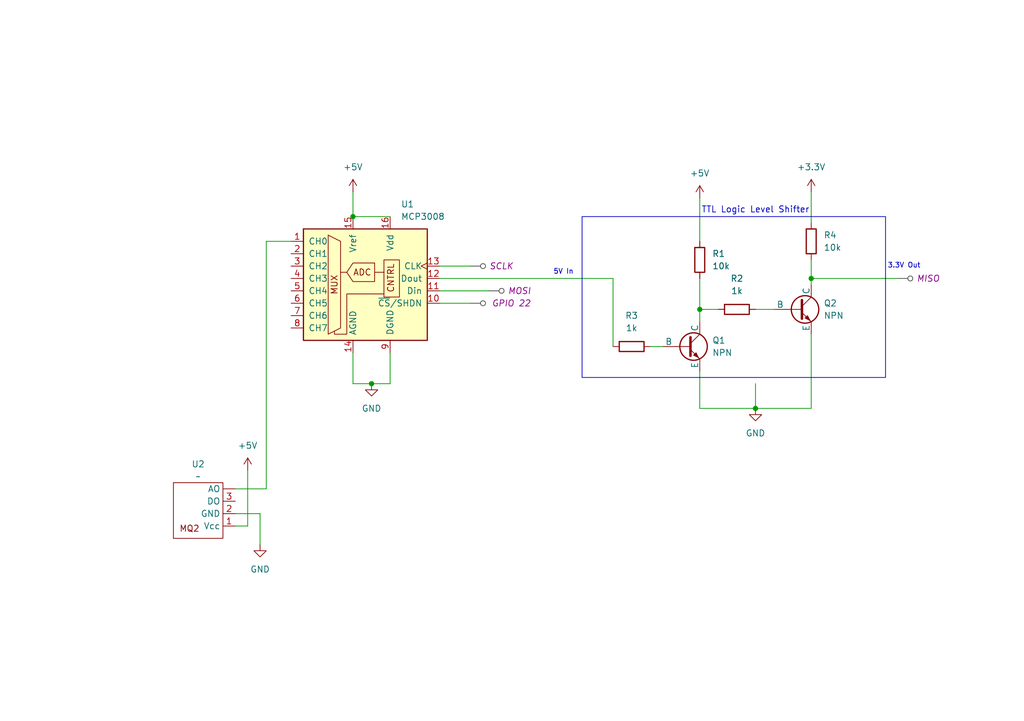
<source format=kicad_sch>
(kicad_sch (version 20231120) (generator "eeschema") (generator_version "8.0")
  (paper "A5")
  (title_block (title "MQ2 Smoke Detector Circuit") (date "2024-04-02") (rev "A") (company "FANS") (comment 1 "Matteo Golin"))
  (lib_symbols
    (symbol "Analog_ADC:MCP3008" (pin_names (offset 1.016))
      (property "Reference" "U" (at -5.08 13.335 0))
      (property "Value" "MCP3008" (at -5.08 11.43 0))
      (symbol "MCP3008_0_0"
        (text "ADC" (at -0.635 1.27 0) (effects (font (size 1.27 1.27))))
        (text "CNTRL" (at 5.969 -2.921 900) (effects (font (size 1.27 1.27)) (justify left bottom)))
        (text "MUX" (at -6.35 -1.27 900) (effects (font (size 1.27 1.27))))
      )
      (symbol "MCP3008_0_1"
        (polyline (pts (xy -3.81 1.27) (xy -5.08 1.27)))
        (polyline (pts (xy 1.905 1.27) (xy 3.81 1.27)))
        (polyline (pts (xy -7.62 8.89) (xy -7.62 -11.43) (xy -5.08 -10.16) (xy -5.08 7.62) (xy -7.62 8.89)))
        (polyline (pts (xy 3.81 -3.175) (xy -3.81 -3.175) (xy -3.81 -11.43) (xy -6.35 -11.43) (xy -6.35 -10.795)))
        (polyline (pts (xy 1.905 3.175) (xy 1.905 -0.635) (xy -2.54 -0.635) (xy -3.81 1.27) (xy -2.54 3.175) (xy 1.905 3.175)))
        (rectangle (start 3.81 -3.81) (end 6.985 3.81))
        (rectangle (start 12.7 -12.7) (end -12.7 10.16) (stroke (width 0.254)) (fill (type background)))
      )
      (symbol "MCP3008_1_1"
        (pin input line (at -15.24 7.62 0) (length 2.54) (name "CH0") (number "1"))
        (pin input line (at 15.24 -5.08 180) (length 2.54) (name "~{CS}/SHDN") (number "10"))
        (pin input line (at 15.24 -2.54 180) (length 2.54) (name "Din") (number "11"))
        (pin output line (at 15.24 0 180) (length 2.54) (name "Dout") (number "12"))
        (pin input clock (at 15.24 2.54 180) (length 2.54) (name "CLK") (number "13"))
        (pin power_in line (at -2.54 -15.24 90) (length 2.54) (name "AGND") (number "14"))
        (pin power_in line (at -2.54 12.7 270) (length 2.54) (name "Vref") (number "15"))
        (pin power_in line (at 5.08 12.7 270) (length 2.54) (name "Vdd") (number "16"))
        (pin input line (at -15.24 5.08 0) (length 2.54) (name "CH1") (number "2"))
        (pin input line (at -15.24 2.54 0) (length 2.54) (name "CH2") (number "3"))
        (pin input line (at -15.24 0 0) (length 2.54) (name "CH3") (number "4"))
        (pin input line (at -15.24 -2.54 0) (length 2.54) (name "CH4") (number "5"))
        (pin input line (at -15.24 -5.08 0) (length 2.54) (name "CH5") (number "6"))
        (pin input line (at -15.24 -7.62 0) (length 2.54) (name "CH6") (number "7"))
        (pin input line (at -15.24 -10.16 0) (length 2.54) (name "CH7") (number "8"))
        (pin power_in line (at 5.08 -15.24 90) (length 2.54) (name "DGND") (number "9"))
      )
    )
    (symbol "Device:R" (pin_numbers hide) (pin_names (offset 0))
      (property "Reference" "R" (at 2.032 0 90))
      (property "Value" "R" (at 0 0 90))
      (symbol "R_0_1"
        (rectangle (start -1.016 -2.54) (end 1.016 2.54) (stroke (width 0.254)))
      )
      (symbol "R_1_1"
        (pin passive line (at 0 3.81 270) (length 1.27) (name "~") (number "1"))
        (pin passive line (at 0 -3.81 90) (length 1.27) (name "~") (number "2"))
      )
    )
    (symbol "Simulation_SPICE:NPN" (pin_numbers hide) (pin_names (offset 0))
      (property "Reference" "Q" (at -2.54 7.62 0))
      (property "Value" "NPN" (at -2.54 5.08 0))
      (symbol "NPN_0_1"
        (polyline (pts (xy -2.54 0) (xy 0.635 0)) (stroke (width 0.1524)))
        (polyline (pts (xy 0.635 0.635) (xy 2.54 2.54)))
        (polyline (pts (xy 2.794 -1.27) (xy 2.794 -1.27)) (stroke (width 0.1524)))
        (polyline (pts (xy 2.794 -1.27) (xy 2.794 -1.27)) (stroke (width 0.1524)))
        (polyline (pts (xy 0.635 -0.635) (xy 2.54 -2.54) (xy 2.54 -2.54)))
        (polyline (pts (xy 0.635 1.905) (xy 0.635 -1.905) (xy 0.635 -1.905)) (stroke (width 0.508)))
        (polyline (pts (xy 1.27 -1.778) (xy 1.778 -1.27) (xy 2.286 -2.286) (xy 1.27 -1.778) (xy 1.27 -1.778)) (fill (type outline)))
        (circle (center 1.27 0) (radius 2.8194) (stroke (width 0.254)))
      )
      (symbol "NPN_1_1"
        (pin open_collector line (at 2.54 5.08 270) (length 2.54) (name "C") (number "1"))
        (pin input line (at -5.08 0 0) (length 2.54) (name "B") (number "2"))
        (pin open_emitter line (at 2.54 -5.08 90) (length 2.54) (name "E") (number "3"))
      )
    )
    (symbol "linguini:MQ2_Flying_Fish"
      (property "Reference" "U" (at 4.826 6.35 0))
      (symbol "MQ2_Flying_Fish_0_1"
        (rectangle (start 0 5.08) (end 10.16 -6.35))
      )
      (symbol "MQ2_Flying_Fish_1_1"
        (text "MQ2\n" (at 6.858 3.048 0) (effects (font (size 1.27 1.27))))
        (pin output line (at -2.54 -5.08 0) (length 2.54) (name "AO") (number ""))
        (pin power_in line (at -2.54 2.54 0) (length 2.54) (name "Vcc") (number "1"))
        (pin power_in line (at -2.54 0 0) (length 2.54) (name "GND") (number "2"))
        (pin output line (at -2.54 -2.54 0) (length 2.54) (name "DO") (number "3"))
      )
    )
    (symbol "power:+3.3V" (power) (pin_numbers hide) (pin_names (offset 0) hide)
      (property "Value" "+3.3V" (at 0 3.556 0))
      (symbol "+3.3V_0_1"
        (polyline (pts (xy -0.762 1.27) (xy 0 2.54)))
        (polyline (pts (xy 0 0) (xy 0 2.54)))
        (polyline (pts (xy 0 2.54) (xy 0.762 1.27)))
      )
      (symbol "+3.3V_1_1"
        (pin power_in line (at 0 0 90) (length 0) (name "~") (number "1"))
      )
    )
    (symbol "power:+5V" (power) (pin_numbers hide) (pin_names (offset 0) hide)
      (property "Value" "+5V" (at 0 3.556 0))
      (symbol "+5V_0_1"
        (polyline (pts (xy -0.762 1.27) (xy 0 2.54)))
        (polyline (pts (xy 0 0) (xy 0 2.54)))
        (polyline (pts (xy 0 2.54) (xy 0.762 1.27)))
      )
      (symbol "+5V_1_1"
        (pin power_in line (at 0 0 90) (length 0) (name "~") (number "1"))
      )
    )
    (symbol "power:GND" (power) (pin_numbers hide) (pin_names (offset 0) hide)
      (property "Value" "GND" (at 0 -3.81 0))
      (symbol "GND_0_1"
        (polyline (pts (xy 0 0) (xy 0 -1.27) (xy 1.27 -1.27) (xy 0 -2.54) (xy -1.27 -1.27) (xy 0 -1.27)))
      )
      (symbol "GND_1_1"
        (pin power_in line (at 0 0 270) (length 0) (name "~") (number "1"))
      )
    )
  )
  (junction (at 143.51 63.5))
  (junction (at 166.37 57.15))
  (junction (at 154.94 83.82))
  (junction (at 72.39 44.45))
  (junction (at 76.2 78.74))
  (wire (pts (xy 143.51 83.82) (xy 154.94 83.82)))
  (wire (pts (xy 80.01 72.39) (xy 80.01 78.74)))
  (wire (pts (xy 100.33 59.69) (xy 90.17 59.69)))
  (wire (pts (xy 54.61 100.33) (xy 48.26 100.33)))
  (wire (pts (xy 76.2 78.74) (xy 72.39 78.74)))
  (wire (pts (xy 50.8 96.52) (xy 50.8 107.95)))
  (wire (pts (xy 154.94 63.5) (xy 158.75 63.5)))
  (wire (pts (xy 166.37 39.37) (xy 166.37 45.72)))
  (wire (pts (xy 133.35 71.12) (xy 135.89 71.12)))
  (wire (pts (xy 143.51 57.15) (xy 143.51 63.5)))
  (wire (pts (xy 96.52 62.23) (xy 90.17 62.23)))
  (wire (pts (xy 147.32 63.5) (xy 143.51 63.5)))
  (wire (pts (xy 125.73 57.15) (xy 125.73 71.12)))
  (wire (pts (xy 154.94 83.82) (xy 166.37 83.82)))
  (wire (pts (xy 184.15 57.15) (xy 166.37 57.15)))
  (wire (pts (xy 166.37 53.34) (xy 166.37 57.15)))
  (wire (pts (xy 143.51 40.64) (xy 143.51 49.53)))
  (wire (pts (xy 72.39 39.37) (xy 72.39 44.45)))
  (wire (pts (xy 54.61 49.53) (xy 54.61 100.33)))
  (wire (pts (xy 96.52 54.61) (xy 90.17 54.61)))
  (wire (pts (xy 53.34 111.76) (xy 53.34 105.41)))
  (wire (pts (xy 80.01 78.74) (xy 76.2 78.74)))
  (wire (pts (xy 54.61 49.53) (xy 59.69 49.53)))
  (wire (pts (xy 48.26 105.41) (xy 53.34 105.41)))
  (wire (pts (xy 166.37 68.58) (xy 166.37 83.82)))
  (wire (pts (xy 72.39 44.45) (xy 80.01 44.45)))
  (wire (pts (xy 72.39 78.74) (xy 72.39 72.39)))
  (wire (pts (xy 166.37 57.15) (xy 166.37 58.42)))
  (wire (pts (xy 90.17 57.15) (xy 125.73 57.15)))
  (wire (pts (xy 143.51 63.5) (xy 143.51 66.04)))
  (wire (pts (xy 154.94 83.82) (xy 154.94 78.74)))
  (wire (pts (xy 50.8 107.95) (xy 48.26 107.95)))
  (wire (pts (xy 143.51 83.82) (xy 143.51 76.2)))
  (rectangle (start 119.38 44.45) (end 181.61 77.47))
  (text "TTL Logic Level Shifter" (at 154.94 43.18 0) (effects (font (size 1.27 1.27))))
  (text "3.3V Out" (at 185.42 54.61 0) (effects (font (size 1.016 1.016))))
  (text "5V In" (at 115.57 55.88 0) (effects (font (size 1.016 1.016))))
  (netclass_flag "" (length 2.54) (shape round) (at 96.52 54.61 270) (property "Netclass" "SCLK" (at 100.33 54.61 0) (effects (font (italic yes)) (justify left))))
  (netclass_flag "" (length 2.54) (shape round) (at 100.33 59.69 270) (property "Netclass" "MOSI" (at 104.14 59.69 0) (effects (font (italic yes)) (justify left))))
  (netclass_flag "" (length 2.54) (shape round) (at 96.52 62.23 270) (property "Netclass" "GPIO 22" (at 100.838 62.23 0) (effects (font (italic yes)) (justify left))))
  (netclass_flag "" (length 2.54) (shape round) (at 184.15 57.15 270) (property "Netclass" "MISO" (at 187.96 57.15 0) (effects (font (italic yes)) (justify left))))
  (symbol (lib_id "Device:R") (at 129.54 71.12 90) (unit 1)
    (property "Reference" "R3" (at 129.54 64.77 90))
    (property "Value" "1k" (at 129.54 67.31 90))
    (property "Description" "Resistor" (effects (hide yes)))
  )
  (symbol (lib_id "Device:R") (at 143.51 53.34 0) (unit 1)
    (property "Reference" "R1" (at 146.05 52.0699 0) (effects (justify left)))
    (property "Value" "10k" (at 146.05 54.6099 0) (effects (justify left)))
    (property "Description" "Resistor" (effects (hide yes)))
  )
  (symbol (lib_id "power:+5V") (at 50.8 96.52 0) (unit 1)
    (property "Reference" "#PWR06" (effects (hide yes)))
    (property "Value" "+5V" (at 50.8 91.44 0))
    (property "Description" "Power symbol creates a global label with name \"+5V\"" (effects (hide yes)))
  )
  (symbol (lib_id "Device:R") (at 151.13 63.5 90) (unit 1)
    (property "Reference" "R2" (at 151.13 57.15 90))
    (property "Value" "1k" (at 151.13 59.69 90))
    (property "Description" "Resistor" (effects (hide yes)))
  )
  (symbol (lib_id "power:+5V") (at 143.51 40.64 0) (unit 1)
    (property "Reference" "#PWR02" (effects (hide yes)))
    (property "Value" "+5V" (at 143.51 35.56 0))
    (property "Description" "Power symbol creates a global label with name \"+5V\"" (effects (hide yes)))
  )
  (symbol (lib_id "Analog_ADC:MCP3008") (at 74.93 57.15 0) (unit 1)
    (property "Reference" "U1" (at 82.2041 41.91 0) (effects (justify left)))
    (property "Value" "MCP3008" (at 82.2041 44.45 0) (effects (justify left)))
    (property "Datasheet" "http://ww1.microchip.com/downloads/en/DeviceDoc/21295d.pdf" (effects (hide yes)))
    (property "Description" "A/D Converter, 10-Bit, 8-Channel, SPI Interface , 2.7V-5.5V" (effects (hide yes)))
  )
  (symbol (lib_id "power:GND") (at 76.2 78.74 0) (unit 1)
    (property "Reference" "#PWR07" (effects (hide yes)))
    (property "Value" "GND" (at 76.2 83.82 0))
    (property "Description" "Power symbol creates a global label with name \"GND\" , ground" (effects (hide yes)))
  )
  (symbol (lib_id "Simulation_SPICE:NPN") (at 140.97 71.12 0) (unit 1)
    (property "Reference" "Q1" (at 146.05 69.8499 0) (effects (justify left)))
    (property "Value" "NPN" (at 146.05 72.3899 0) (effects (justify left)))
    (property "Datasheet" "https://ngspice.sourceforge.io/docs/ngspice-html-manual/manual.xhtml#cha_BJTs" (effects (hide yes)))
    (property "Description" "Bipolar transistor symbol for simulation only, substrate tied to the emitter" (effects (hide yes)))
    (property "Sim.Device" "NPN" (effects (hide yes)))
    (property "Sim.Type" "GUMMELPOON" (effects (hide yes)))
    (property "Sim.Pins" "1=C 2=B 3=E" (effects (hide yes)))
  )
  (symbol (lib_id "power:GND") (at 154.94 83.82 0) (unit 1)
    (property "Reference" "#PWR01" (effects (hide yes)))
    (property "Value" "GND" (at 154.94 88.9 0))
    (property "Description" "Power symbol creates a global label with name \"GND\" , ground" (effects (hide yes)))
  )
  (symbol (lib_id "power:GND") (at 53.34 111.76 0) (unit 1)
    (property "Reference" "#PWR05" (effects (hide yes)))
    (property "Value" "GND" (at 53.34 116.84 0))
    (property "Description" "Power symbol creates a global label with name \"GND\" , ground" (effects (hide yes)))
  )
  (symbol (lib_id "power:+5V") (at 72.39 39.37 0) (unit 1)
    (property "Reference" "#PWR04" (effects (hide yes)))
    (property "Value" "+5V" (at 72.39 34.29 0))
    (property "Description" "Power symbol creates a global label with name \"+5V\"" (effects (hide yes)))
  )
  (symbol (lib_id "linguini:MQ2_Flying_Fish") (at 45.72 105.41 180) (unit 1)
    (property "Reference" "U2" (at 40.64 95.25 0))
    (property "Value" "~" (at 40.64 97.79 0))
  )
  (symbol (lib_id "power:+3.3V") (at 166.37 39.37 0) (unit 1)
    (property "Reference" "#PWR03" (effects (hide yes)))
    (property "Value" "+3.3V" (at 166.37 34.29 0))
    (property "Description" "Power symbol creates a global label with name \"+3.3V\"" (effects (hide yes)))
  )
  (symbol (lib_id "Device:R") (at 166.37 49.53 0) (unit 1)
    (property "Reference" "R4" (at 168.91 48.2599 0) (effects (justify left)))
    (property "Value" "10k" (at 168.91 50.7999 0) (effects (justify left)))
    (property "Description" "Resistor" (effects (hide yes)))
  )
  (symbol (lib_id "Simulation_SPICE:NPN") (at 163.83 63.5 0) (unit 1)
    (property "Reference" "Q2" (at 168.91 62.2299 0) (effects (justify left)))
    (property "Value" "NPN" (at 168.91 64.7699 0) (effects (justify left)))
    (property "Datasheet" "https://ngspice.sourceforge.io/docs/ngspice-html-manual/manual.xhtml#cha_BJTs" (effects (hide yes)))
    (property "Description" "Bipolar transistor symbol for simulation only, substrate tied to the emitter" (effects (hide yes)))
    (property "Sim.Device" "NPN" (effects (hide yes)))
    (property "Sim.Type" "GUMMELPOON" (effects (hide yes)))
    (property "Sim.Pins" "1=C 2=B 3=E" (effects (hide yes)))
  )
)
</source>
